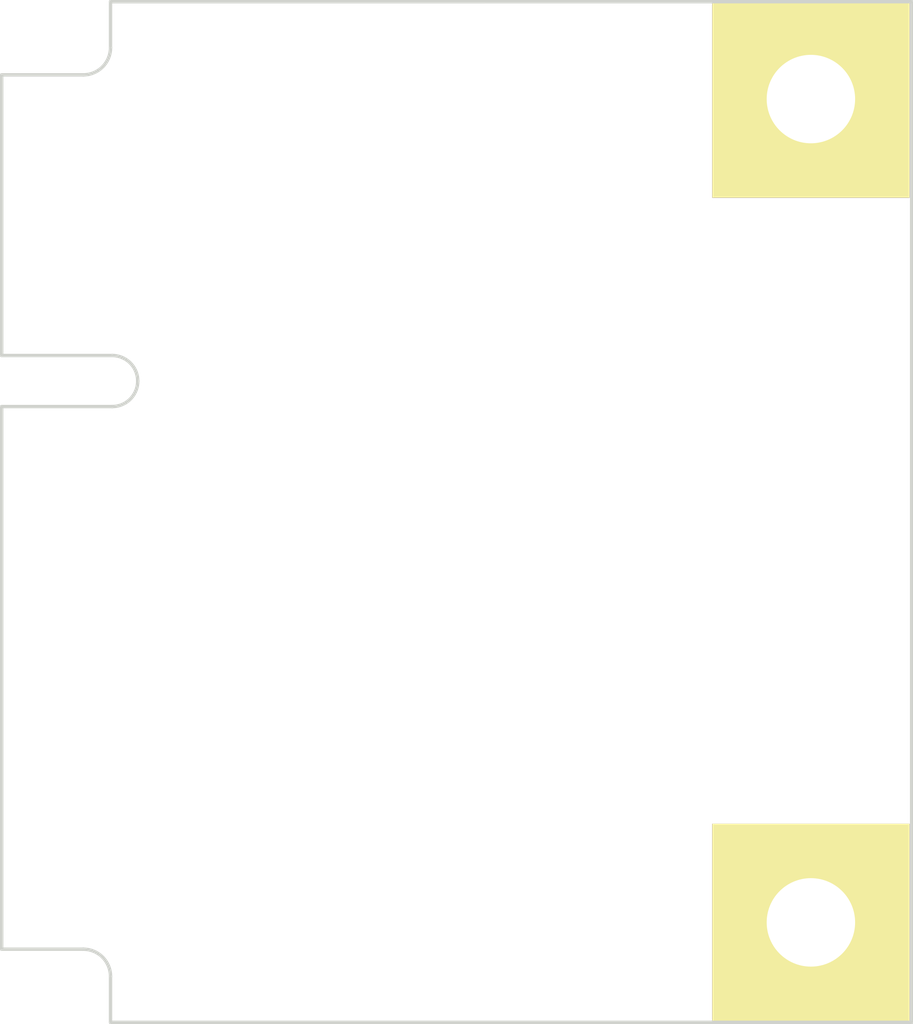
<source format=kicad_pcb>
(kicad_pcb (version 20171130) (host pcbnew 5.1.5+dfsg1-2build2)

  (general
    (thickness 1.6)
    (drawings 15)
    (tracks 0)
    (zones 0)
    (modules 2)
    (nets 1)
  )

  (page A4)
  (layers
    (0 F.Cu signal)
    (31 B.Cu signal)
    (32 B.Adhes user)
    (33 F.Adhes user)
    (34 B.Paste user)
    (35 F.Paste user)
    (36 B.SilkS user)
    (37 F.SilkS user)
    (38 B.Mask user)
    (39 F.Mask user)
    (40 Dwgs.User user)
    (41 Cmts.User user)
    (42 Eco1.User user)
    (43 Eco2.User user)
    (44 Edge.Cuts user)
    (45 Margin user)
    (46 B.CrtYd user)
    (47 F.CrtYd user)
    (48 B.Fab user)
    (49 F.Fab user)
  )

  (setup
    (last_trace_width 0.25)
    (trace_clearance 0.2)
    (zone_clearance 0.508)
    (zone_45_only no)
    (trace_min 0.2)
    (via_size 0.8)
    (via_drill 0.4)
    (via_min_size 0.4)
    (via_min_drill 0.3)
    (uvia_size 0.3)
    (uvia_drill 0.1)
    (uvias_allowed no)
    (uvia_min_size 0.2)
    (uvia_min_drill 0.1)
    (edge_width 0.05)
    (segment_width 0.2)
    (pcb_text_width 0.3)
    (pcb_text_size 1.5 1.5)
    (mod_edge_width 0.12)
    (mod_text_size 1 1)
    (mod_text_width 0.15)
    (pad_size 1.524 1.524)
    (pad_drill 0.762)
    (pad_to_mask_clearance 0.051)
    (solder_mask_min_width 0.25)
    (aux_axis_origin 0 0)
    (visible_elements FFFFFF7F)
    (pcbplotparams
      (layerselection 0x010fc_ffffffff)
      (usegerberextensions false)
      (usegerberattributes false)
      (usegerberadvancedattributes false)
      (creategerberjobfile false)
      (excludeedgelayer true)
      (linewidth 0.100000)
      (plotframeref false)
      (viasonmask false)
      (mode 1)
      (useauxorigin false)
      (hpglpennumber 1)
      (hpglpenspeed 20)
      (hpglpendiameter 15.000000)
      (psnegative false)
      (psa4output false)
      (plotreference true)
      (plotvalue true)
      (plotinvisibletext false)
      (padsonsilk false)
      (subtractmaskfromsilk false)
      (outputformat 1)
      (mirror false)
      (drillshape 1)
      (scaleselection 1)
      (outputdirectory ""))
  )

  (net 0 "")

  (net_class Default "This is the default net class."
    (clearance 0.2)
    (trace_width 0.25)
    (via_dia 0.8)
    (via_drill 0.4)
    (uvia_dia 0.3)
    (uvia_drill 0.1)
  )

  (module PIN_ARRAY_1 (layer F.Cu) (tedit 54A913CF) (tstamp 602ABEFE)
    (at 138.88554 77.5319)
    (descr "1 pin")
    (tags "CONN DEV")
    (path /54A7DBE8)
    (fp_text reference MOUNTING_HOLE2 (at 0 -1.905) (layer F.SilkS) hide
      (effects (font (size 0.762 0.762) (thickness 0.1524)))
    )
    (fp_text value CONN_1 (at 0 -1.905) (layer F.SilkS) hide
      (effects (font (size 0.762 0.762) (thickness 0.1524)))
    )
    (fp_line (start 1.27 -1.27) (end 1.27 1.27) (layer F.SilkS) (width 0.1524))
    (fp_line (start -1.27 1.27) (end -1.27 -1.27) (layer F.SilkS) (width 0.1524))
    (fp_line (start -1.27 -1.27) (end 1.27 -1.27) (layer F.SilkS) (width 0.1524))
    (fp_line (start 1.27 1.27) (end -1.27 1.27) (layer F.SilkS) (width 0.1524))
    (pad 1 thru_hole rect (at 0 0) (size 5.8 5.8) (drill 2.6) (layers *.Cu *.Mask F.SilkS)
      (solder_mask_margin 0.1524) (clearance 0.1524))
  )

  (module PIN_ARRAY_1 (layer F.Cu) (tedit 54A913A9) (tstamp 602ABEF6)
    (at 138.88554 53.3319)
    (descr "1 pin")
    (tags "CONN DEV")
    (path /54A7DBF7)
    (fp_text reference MOUNTING_HOLE1 (at 0 -1.905) (layer F.SilkS) hide
      (effects (font (size 0.762 0.762) (thickness 0.1524)))
    )
    (fp_text value CONN_1 (at 0 -1.905) (layer F.SilkS) hide
      (effects (font (size 0.762 0.762) (thickness 0.1524)))
    )
    (fp_line (start 1.27 -1.27) (end 1.27 1.27) (layer F.SilkS) (width 0.1524))
    (fp_line (start -1.27 1.27) (end -1.27 -1.27) (layer F.SilkS) (width 0.1524))
    (fp_line (start -1.27 -1.27) (end 1.27 -1.27) (layer F.SilkS) (width 0.1524))
    (fp_line (start 1.27 1.27) (end -1.27 1.27) (layer F.SilkS) (width 0.1524))
    (pad 1 thru_hole rect (at 0 0) (size 5.8 5.8) (drill 2.6) (layers *.Cu *.Mask F.SilkS)
      (solder_mask_margin 0.1524) (clearance 0.1524))
  )

  (gr_arc (start 118.34 61.62) (end 118.34 60.87) (angle 90) (layer Edge.Cuts) (width 0.1) (tstamp 602ABE95))
  (gr_line (start 118.29 50.47) (end 118.29 51.82) (angle 90) (layer Edge.Cuts) (width 0.1) (tstamp 602ABE94))
  (gr_line (start 118.29 80.47) (end 118.29 79.12) (angle 90) (layer Edge.Cuts) (width 0.1) (tstamp 602ABE93))
  (gr_arc (start 117.49 79.12) (end 117.49 78.32) (angle 90) (layer Edge.Cuts) (width 0.1) (tstamp 602ABE92))
  (gr_arc (start 118.34 61.62) (end 119.09 61.62) (angle 90) (layer Edge.Cuts) (width 0.1) (tstamp 602ABE91))
  (gr_line (start 141.84884 50.4698) (end 141.84884 80.46974) (angle 90) (layer Edge.Cuts) (width 0.1) (tstamp 602ABE90))
  (gr_line (start 141.84884 50.4698) (end 118.29 50.47) (angle 90) (layer Edge.Cuts) (width 0.1) (tstamp 602ABE8F))
  (gr_line (start 141.84884 80.46974) (end 118.29 80.47) (angle 90) (layer Edge.Cuts) (width 0.1) (tstamp 602ABE8E))
  (gr_line (start 115.09 52.62) (end 115.09 60.87) (angle 90) (layer Edge.Cuts) (width 0.1) (tstamp 602ABE8D))
  (gr_line (start 115.09 78.32) (end 115.09 62.37) (angle 90) (layer Edge.Cuts) (width 0.1) (tstamp 602ABE8C))
  (gr_line (start 115.09 62.37) (end 118.34 62.37) (angle 90) (layer Edge.Cuts) (width 0.1) (tstamp 602ABE8B))
  (gr_arc (start 117.49 51.82) (end 118.29 51.82) (angle 90) (layer Edge.Cuts) (width 0.1) (tstamp 602ABE8A))
  (gr_line (start 117.49 78.32) (end 115.09 78.32) (angle 90) (layer Edge.Cuts) (width 0.1) (tstamp 602ABE89))
  (gr_line (start 117.49 52.62) (end 115.09 52.62) (angle 90) (layer Edge.Cuts) (width 0.1) (tstamp 602ABE88))
  (gr_line (start 115.09 60.87) (end 118.34 60.87) (angle 90) (layer Edge.Cuts) (width 0.1) (tstamp 602ABE87))

)

</source>
